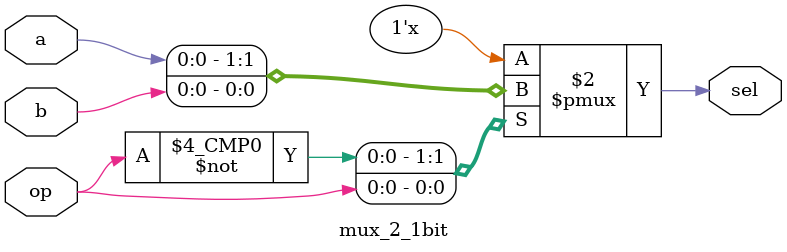
<source format=v>
module mux_2_32bit(a,b,sel,op);
  input[31:0] a;
  input[31:0] b;
  output[31:0] sel;
  input op;
  reg[31:0] sel;
  always@ (op or a or b)
  begin
  case(op)
    1'b0: sel=a;
    1'b1: sel=b;
	  default: sel=a;
  endcase
  end
endmodule

module mux_3_32bit(a,b,c,sel,op);
  input[31:0] a;
  input[31:0] b;
  input[31:0] c;
  output[31:0] sel;
  input[1:0] op;
  reg[31:0] sel;
  always@ (op or a or b or c)
  begin
  case(op)
    'b00: sel=a;
    'b01: sel=b;
    'b10: sel=c;
	 default: sel=a;
  endcase
  end
endmodule
module mux_4_32bit(a,b,c,d,sel,op);
  input[31:0] a;
  input[31:0] b;
  input[31:0] c;
  input[31:0] d;
  output[31:0] sel;
  input[1:0] op;
  reg[31:0] sel;
  always@ (op or a or b or c or d)
  begin
  case(op)
    'b00: sel=a;
    'b01: sel=b;
    'b10: sel=c;
	 'b11:sel=d;
	 default: sel=a;
  endcase
  end
endmodule

module mux_3_5bit(a,b,c,sel,op);
  input[4:0] a;
  input[4:0] b;
  input[4:0] c;
  output[4:0] sel;
  input[1:0] op;
   reg[4:0] sel;
   always@ (op or a or b or c)
  begin
  case(op)
    'b00: sel=a;
    'b01: sel=b;
    'b10: sel=c;
	  default: sel=a;
  endcase
  end
 endmodule
 
module mux_2_5bit(a,b,sel,op);
  input[4:0] a;
  input[4:0] b;
  output[4:0] sel;
  input op;
  reg[4:0] sel;
  always@ (op or a or b)
  begin
  case(op)
    1'b0: sel=a;
    1'b1: sel=b;
	  default: sel=a;
  endcase
  end
endmodule
module mux_2_1bit(a,b,sel,op);
  input a;
  input b;
  output sel;
  input op;
  reg sel;
  always@ (op or a or b)
  begin
  case(op)
    1'b0: sel=a;
    1'b1: sel=b;
	  default: sel=a;
  endcase
  end
endmodule
</source>
